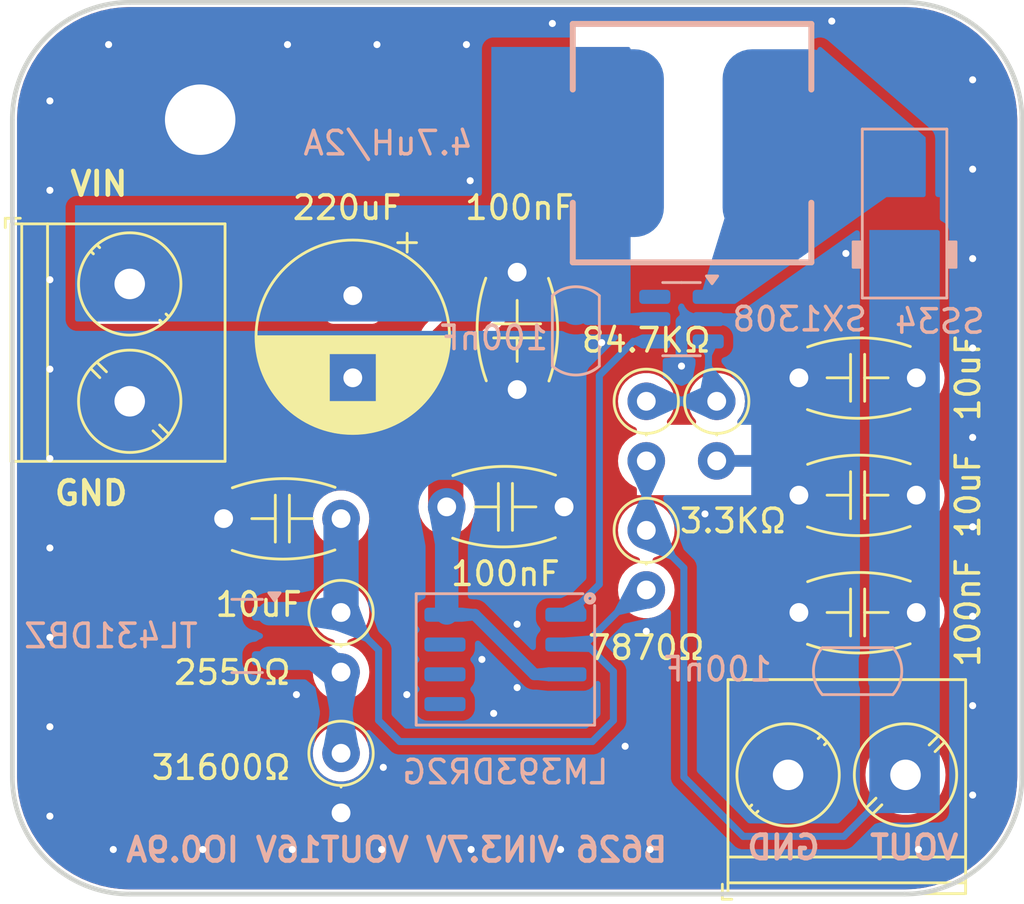
<source format=kicad_pcb>
(kicad_pcb (version 20240108) (generator "pcbnew") (generator_version "8.0")
  (layers (0 "F.Cu" signal) (31 "B.Cu" signal) (34 "B.Paste" user) (35 "F.Paste" user) (36 "B.SilkS" user "B.Silkscreen") (37 "F.SilkS" user "F.Silkscreen") (38 "B.Mask" user) (39 "F.Mask" user) (44 "Edge.Cuts" user))
  (net 0 "")
  (net 1 "VIN")
  (net 2 "GND")
  (net 3 "VOUT")
  (net 4 "Net-(D1-A)")
  (net 5 "Net-(U2-FB)")
  (net 6 "/EN")
  (net 8 "Net-(U3-K)")
  (net 12 "Net-(U3-REF)")
  (footprint "TerminalBlock_Phoenix:TerminalBlock_Phoenix_PT-1,5-2-5.0-H_1x02_P5.00mm_Horizontal" (layer "F.Cu") (at 102 112 -90)
    (property "Reference" "H2" (hide yes))
    (property "Value" "Screw_Terminal_2_P5.00mm" (hide yes))
    (fp_line (start -2.8 5.3) (end -2.4 5.3) (stroke (width 0.12)) (layer "F.SilkS"))
    (fp_line (start -2.56 5.06) (end 7.56 5.06) (stroke (width 0.12)) (layer "F.SilkS"))
    (fp_line (start -2.8 4.66) (end -2.8 5.3) (stroke (width 0.12)) (layer "F.SilkS"))
    (fp_line (start -2.56 4.6) (end 7.56 4.6) (stroke (width 0.12)) (layer "F.SilkS"))
    (fp_line (start -2.56 3.5) (end 7.56 3.5) (stroke (width 0.12)) (layer "F.SilkS"))
    (fp_line (start -1.282 1.547) (end -1.388 1.654) (stroke (width 0.12)) (layer "F.SilkS"))
    (fp_line (start -1.548 1.281) (end -1.654 1.388) (stroke (width 0.12)) (layer "F.SilkS"))
    (fp_line (start 3.993 1.274) (end 3.613 1.654) (stroke (width 0.12)) (layer "F.SilkS"))
    (fp_line (start 3.742 0.992) (end 3.347 1.388) (stroke (width 0.12)) (layer "F.SilkS"))
    (fp_line (start 1.654 -1.388) (end 1.547 -1.281) (stroke (width 0.12)) (layer "F.SilkS"))
    (fp_line (start 6.654 -1.388) (end 6.259 -0.992) (stroke (width 0.12)) (layer "F.SilkS"))
    (fp_line (start 1.388 -1.654) (end 1.281 -1.547) (stroke (width 0.12)) (layer "F.SilkS"))
    (fp_line (start 6.388 -1.654) (end 6.008 -1.274) (stroke (width 0.12)) (layer "F.SilkS"))
    (fp_line (start -2.56 -4.06) (end -2.56 5.06) (stroke (width 0.12)) (layer "F.SilkS"))
    (fp_line (start -2.56 -4.06) (end 7.56 -4.06) (stroke (width 0.12)) (layer "F.SilkS"))
    (fp_line (start 7.56 -4.06) (end 7.56 5.06) (stroke (width 0.12)) (layer "F.SilkS"))
    (fp_circle (center 0 0) (end 2.18 0) (stroke (width 0.12)) (fill none) (layer "F.SilkS"))
    (fp_circle (center 5 0) (end 7.18 0) (stroke (width 0.12)) (fill none) (layer "F.SilkS"))
    (pad "1" thru_hole rect (at 0 0 270) (size 2.6 2.6) (drill 1.3) (layers "*.Cu" "*.Mask") (net 1 "VIN"))
    (pad "2" thru_hole circle (at 5 0 270) (size 2.6 2.6) (drill 1.3) (layers "*.Cu" "*.Mask") (net 2 "GND"))
  )
  (footprint "PCM_Capacitor_THT_US_AKL:CP_Radial_D8.0mm_P3.50mm" (layer "F.Cu") (at 111.5 112.5 -90)
    (property "Reference" "C1" (hide yes))
    (property "Value" "220uF" (at -3.75 0.24 0) (layer "F.SilkS"))
    (fp_line (start 2.471 1.04) (end 2.471 4.017) (stroke (width 0.12)) (layer "F.SilkS"))
    (fp_line (start 2.511 1.04) (end 2.511 4.01) (stroke (width 0.12)) (layer "F.SilkS"))
    (fp_line (start 2.551 1.04) (end 2.551 4.002) (stroke (width 0.12)) (layer "F.SilkS"))
    (fp_line (start 2.591 1.04) (end 2.591 3.994) (stroke (width 0.12)) (layer "F.SilkS"))
    (fp_line (start 2.631 1.04) (end 2.631 3.985) (stroke (width 0.12)) (layer "F.SilkS"))
    (fp_line (start 2.671 1.04) (end 2.671 3.976) (stroke (width 0.12)) (layer "F.SilkS"))
    (fp_line (start 2.711 1.04) (end 2.711 3.967) (stroke (width 0.12)) (layer "F.SilkS"))
    (fp_line (start 2.751 1.04) (end 2.751 3.957) (stroke (width 0.12)) (layer "F.SilkS"))
    (fp_line (start 2.791 1.04) (end 2.791 3.947) (stroke (width 0.12)) (layer "F.SilkS"))
    (fp_line (start 2.831 1.04) (end 2.831 3.936) (stroke (width 0.12)) (layer "F.SilkS"))
    (fp_line (start 2.871 1.04) (end 2.871 3.925) (stroke (width 0.12)) (layer "F.SilkS"))
    (fp_line (start 2.911 1.04) (end 2.911 3.914) (stroke (width 0.12)) (layer "F.SilkS"))
    (fp_line (start 2.951 1.04) (end 2.951 3.902) (stroke (width 0.12)) (layer "F.SilkS"))
    (fp_line (start 2.991 1.04) (end 2.991 3.889) (stroke (width 0.12)) (layer "F.SilkS"))
    (fp_line (start 3.031 1.04) (end 3.031 3.877) (stroke (width 0.12)) (layer "F.SilkS"))
    (fp_line (start 3.071 1.04) (end 3.071 3.863) (stroke (width 0.12)) (layer "F.SilkS"))
    (fp_line (start 3.111 1.04) (end 3.111 3.85) (stroke (width 0.12)) (layer "F.SilkS"))
    (fp_line (start 3.151 1.04) (end 3.151 3.835) (stroke (width 0.12)) (layer "F.SilkS"))
    (fp_line (start 3.191 1.04) (end 3.191 3.821) (stroke (width 0.12)) (layer "F.SilkS"))
    (fp_line (start 3.231 1.04) (end 3.231 3.805) (stroke (width 0.12)) (layer "F.SilkS"))
    (fp_line (start 3.271 1.04) (end 3.271 3.79) (stroke (width 0.12)) (layer "F.SilkS"))
    (fp_line (start 3.311 1.04) (end 3.311 3.774) (stroke (width 0.12)) (layer "F.SilkS"))
    (fp_line (start 3.351 1.04) (end 3.351 3.757) (stroke (width 0.12)) (layer "F.SilkS"))
    (fp_line (start 3.391 1.04) (end 3.391 3.74) (stroke (width 0.12)) (layer "F.SilkS"))
    (fp_line (start 3.431 1.04) (end 3.431 3.722) (stroke (width 0.12)) (layer "F.SilkS"))
    (fp_line (start 3.471 1.04) (end 3.471 3.704) (stroke (width 0.12)) (layer "F.SilkS"))
    (fp_line (start 3.511 1.04) (end 3.511 3.686) (stroke (width 0.12)) (layer "F.SilkS"))
    (fp_line (start 3.551 1.04) (end 3.551 3.666) (stroke (width 0.12)) (layer "F.SilkS"))
    (fp_line (start 3.591 1.04) (end 3.591 3.647) (stroke (width 0.12)) (layer "F.SilkS"))
    (fp_line (start 3.631 1.04) (end 3.631 3.627) (stroke (width 0.12)) (layer "F.SilkS"))
    (fp_line (start 3.671 1.04) (end 3.671 3.606) (stroke (width 0.12)) (layer "F.SilkS"))
    (fp_line (start 3.711 1.04) (end 3.711 3.584) (stroke (width 0.12)) (layer "F.SilkS"))
    (fp_line (start 3.751 1.04) (end 3.751 3.562) (stroke (width 0.12)) (layer "F.SilkS"))
    (fp_line (start 3.791 1.04) (end 3.791 3.54) (stroke (width 0.12)) (layer "F.SilkS"))
    (fp_line (start 3.831 1.04) (end 3.831 3.517) (stroke (width 0.12)) (layer "F.SilkS"))
    (fp_line (start 3.871 1.04) (end 3.871 3.493) (stroke (width 0.12)) (layer "F.SilkS"))
    (fp_line (start 3.911 1.04) (end 3.911 3.469) (stroke (width 0.12)) (layer "F.SilkS"))
    (fp_line (start 3.951 1.04) (end 3.951 3.444) (stroke (width 0.12)) (layer "F.SilkS"))
    (fp_line (start 3.991 1.04) (end 3.991 3.418) (stroke (width 0.12)) (layer "F.SilkS"))
    (fp_line (start 4.031 1.04) (end 4.031 3.392) (stroke (width 0.12)) (layer "F.SilkS"))
    (fp_line (start 4.071 1.04) (end 4.071 3.365) (stroke (width 0.12)) (layer "F.SilkS"))
    (fp_line (start 4.111 1.04) (end 4.111 3.338) (stroke (width 0.12)) (layer "F.SilkS"))
    (fp_line (start 4.151 1.04) (end 4.151 3.309) (stroke (width 0.12)) (layer "F.SilkS"))
    (fp_line (start 4.191 1.04) (end 4.191 3.28) (stroke (width 0.12)) (layer "F.SilkS"))
    (fp_line (start 4.231 1.04) (end 4.231 3.25) (stroke (width 0.12)) (layer "F.SilkS"))
    (fp_line (start 4.271 1.04) (end 4.271 3.22) (stroke (width 0.12)) (layer "F.SilkS"))
    (fp_line (start 4.311 1.04) (end 4.311 3.189) (stroke (width 0.12)) (layer "F.SilkS"))
    (fp_line (start 4.351 1.04) (end 4.351 3.156) (stroke (width 0.12)) (layer "F.SilkS"))
    (fp_line (start 4.391 1.04) (end 4.391 3.124) (stroke (width 0.12)) (layer "F.SilkS"))
    (fp_line (start 4.431 1.04) (end 4.431 3.09) (stroke (width 0.12)) (layer "F.SilkS"))
    (fp_line (start 4.471 1.04) (end 4.471 3.055) (stroke (width 0.12)) (layer "F.SilkS"))
    (fp_line (start 4.511 1.04) (end 4.511 3.019) (stroke (width 0.12)) (layer "F.SilkS"))
    (fp_line (start 5.831 -0.533) (end 5.831 0.533) (stroke (width 0.12)) (layer "F.SilkS"))
    (fp_line (start 5.791 -0.768) (end 5.791 0.768) (stroke (width 0.12)) (layer "F.SilkS"))
    (fp_line (start 5.751 -0.948) (end 5.751 0.948) (stroke (width 0.12)) (layer "F.SilkS"))
    (fp_line (start 5.711 -1.098) (end 5.711 1.098) (stroke (width 0.12)) (layer "F.SilkS"))
    (fp_line (start 5.671 -1.229) (end 5.671 1.229) (stroke (width 0.12)) (layer "F.SilkS"))
    (fp_line (start 5.631 -1.346) (end 5.631 1.346) (stroke (width 0.12)) (layer "F.SilkS"))
    (fp_line (start 5.591 -1.453) (end 5.591 1.453) (stroke (width 0.12)) (layer "F.SilkS"))
    (fp_line (start 5.551 -1.552) (end 5.551 1.552) (stroke (width 0.12)) (layer "F.SilkS"))
    (fp_line (start 5.511 -1.645) (end 5.511 1.645) (stroke (width 0.12)) (layer "F.SilkS"))
    (fp_line (start 5.471 -1.731) (end 5.471 1.731) (stroke (width 0.12)) (layer "F.SilkS"))
    (fp_line (start 5.431 -1.813) (end 5.431 1.813) (stroke (width 0.12)) (layer "F.SilkS"))
    (fp_line (start 5.391 -1.89) (end 5.391 1.89) (stroke (width 0.12)) (layer "F.SilkS"))
    (fp_line (start 5.351 -1.964) (end 5.351 1.964) (stroke (width 0.12)) (layer "F.SilkS"))
    (fp_line (start 5.311 -2.034) (end 5.311 2.034) (stroke (width 0.12)) (layer "F.SilkS"))
    (fp_line (start 5.271 -2.102) (end 5.271 2.102) (stroke (width 0.12)) (layer "F.SilkS"))
    (fp_line (start 5.231 -2.166) (end 5.231 2.166) (stroke (width 0.12)) (layer "F.SilkS"))
    (fp_line (start 5.191 -2.228) (end 5.191 2.228) (stroke (width 0.12)) (layer "F.SilkS"))
    (fp_line (start 5.151 -2.287) (end 5.151 2.287) (stroke (width 0.12)) (layer "F.SilkS"))
    (fp_line (start -2.659698 -2.315) (end -1.859698 -2.315) (stroke (width 0.12)) (layer "F.SilkS"))
    (fp_line (start 5.111 -2.345) (end 5.111 2.345) (stroke (width 0.12)) (layer "F.SilkS"))
    (fp_line (start 5.071 -2.4) (end 5.071 2.4) (stroke (width 0.12)) (layer "F.SilkS"))
    (fp_line (start 5.031 -2.454) (end 5.031 2.454) (stroke (width 0.12)) (layer "F.SilkS"))
    (fp_line (start 4.991 -2.505) (end 4.991 2.505) (stroke (width 0.12)) (layer "F.SilkS"))
    (fp_line (start 4.951 -2.556) (end 4.951 2.556) (stroke (width 0.12)) (layer "F.SilkS"))
    (fp_line (start 4.911 -2.604) (end 4.911 2.604) (stroke (width 0.12)) (layer "F.SilkS"))
    (fp_line (start 4.871 -2.651) (end 4.871 2.651) (stroke (width 0.12)) (layer "F.SilkS"))
    (fp_line (start 4.831 -2.697) (end 4.831 2.697) (stroke (width 0.12)) (layer "F.SilkS"))
    (fp_line (start -2.259698 -2.715) (end -2.259698 -1.915) (stroke (width 0.12)) (layer "F.SilkS"))
    (fp_line (start 4.791 -2.741) (end 4.791 2.741) (stroke (width 0.12)) (layer "F.SilkS"))
    (fp_line (start 4.751 -2.784) (end 4.751 2.784) (stroke (width 0.12)) (layer "F.SilkS"))
    (fp_line (start 4.711 -2.826) (end 4.711 2.826) (stroke (width 0.12)) (layer "F.SilkS"))
    (fp_line (start 4.671 -2.867) (end 4.671 2.867) (stroke (width 0.12)) (layer "F.SilkS"))
    (fp_line (start 4.631 -2.907) (end 4.631 2.907) (stroke (width 0.12)) (layer "F.SilkS"))
    (fp_line (start 4.591 -2.945) (end 4.591 2.945) (stroke (width 0.12)) (layer "F.SilkS"))
    (fp_line (start 4.551 -2.983) (end 4.551 2.983) (stroke (width 0.12)) (layer "F.SilkS"))
    (fp_line (start 4.511 -3.019) (end 4.511 -1.04) (stroke (width 0.12)) (layer "F.SilkS"))
    (fp_line (start 4.471 -3.055) (end 4.471 -1.04) (stroke (width 0.12)) (layer "F.SilkS"))
    (fp_line (start 4.431 -3.09) (end 4.431 -1.04) (stroke (width 0.12)) (layer "F.SilkS"))
    (fp_line (start 4.391 -3.124) (end 4.391 -1.04) (stroke (width 0.12)) (layer "F.SilkS"))
    (fp_line (start 4.351 -3.156) (end 4.351 -1.04) (stroke (width 0.12)) (layer "F.SilkS"))
    (fp_line (start 4.311 -3.189) (end 4.311 -1.04) (stroke (width 0.12)) (layer "F.SilkS"))
    (fp_line (start 4.271 -3.22) (end 4.271 -1.04) (stroke (width 0.12)) (layer "F.SilkS"))
    (fp_line (start 4.231 -3.25) (end 4.231 -1.04) (stroke (width 0.12)) (layer "F.SilkS"))
    (fp_line (start 4.191 -3.28) (end 4.191 -1.04) (stroke (width 0.12)) (layer "F.SilkS"))
    (fp_line (start 4.151 -3.309) (end 4.151 -1.04) (stroke (width 0.12)) (layer "F.SilkS"))
    (fp_line (start 4.111 -3.338) (end 4.111 -1.04) (stroke (width 0.12)) (layer "F.SilkS"))
    (fp_line (start 4.071 -3.365) (end 4.071 -1.04) (stroke (width 0.12)) (layer "F.SilkS"))
    (fp_line (start 4.031 -3.392) (end 4.031 -1.04) (stroke (width 0.12)) (layer "F.SilkS"))
    (fp_line (start 3.991 -3.418) (end 3.991 -1.04) (stroke (width 0.12)) (layer "F.SilkS"))
    (fp_line (start 3.951 -3.444) (end 3.951 -1.04) (stroke (width 0.12)) (layer "F.SilkS"))
    (fp_line (start 3.911 -3.469) (end 3.911 -1.04) (stroke (width 0.12)) (layer "F.SilkS"))
    (fp_line (start 3.871 -3.493) (end 3.871 -1.04) (stroke (width 0.12)) (layer "F.SilkS"))
    (fp_line (start 3.831 -3.517) (end 3.831 -1.04) (stroke (width 0.12)) (layer "F.SilkS"))
    (fp_line (start 3.791 -3.54) (end 3.791 -1.04) (stroke (width 0.12)) (layer "F.SilkS"))
    (fp_line (start 3.751 -3.562) (end 3.751 -1.04) (stroke (width 0.12)) (layer "F.SilkS"))
    (fp_line (start 3.711 -3.584) (end 3.711 -1.04) (stroke (width 0.12)) (layer "F.SilkS"))
    (fp_line (start 3.671 -3.606) (end 3.671 -1.04) (stroke (width 0.12)) (layer "F.SilkS"))
    (fp_line (start 3.631 -3.627) (end 3.631 -1.04) (stroke (width 0.12)) (layer "F.SilkS"))
    (fp_line (start 3.591 -3.647) (end 3.591 -1.04) (stroke (width 0.12)) (layer "F.SilkS"))
    (fp_line (start 3.551 -3.666) (end 3.551 -1.04) (stroke (width 0.12)) (layer "F.SilkS"))
    (fp_line (start 3.511 -3.686) (end 3.511 -1.04) (stroke (width 0.12)) (layer "F.SilkS"))
    (fp_line (start 3.471 -3.704) (end 3.471 -1.04) (stroke (width 0.12)) (layer "F.SilkS"))
    (fp_line (start 3.431 -3.722) (end 3.431 -1.04) (stroke (width 0.12)) (layer "F.SilkS"))
    (fp_line (start 3.391 -3.74) (end 3.391 -1.04) (stroke (width 0.12)) (layer "F.SilkS"))
    (fp_line (start 3.351 -3.757) (end 3.351 -1.04) (stroke (width 0.12)) (layer "F.SilkS"))
    (fp_line (start 3.311 -3.774) (end 3.311 -1.04) (stroke (width 0.12)) (layer "F.SilkS"))
    (fp_line (start 3.271 -3.79) (end 3.271 -1.04) (stroke (width 0.12)) (layer "F.SilkS"))
    (fp_line (start 3.231 -3.805) (end 3.231 -1.04) (stroke (width 0.12)) (layer "F.SilkS"))
    (fp_line (start 3.191 -3.821) (end 3.191 -1.04) (stroke (width 0.12)) (layer "F.SilkS"))
    (fp_line (start 3.151 -3.835) (end 3.151 -1.04) (stroke (width 0.12)) (layer "F.SilkS"))
    (fp_line (start 3.111 -3.85) (end 3.111 -1.04) (stroke (width 0.12)) (layer "F.SilkS"))
    (fp_line (start 3.071 -3.863) (end 3.071 -1.04) (stroke (width 0.12)) (layer "F.SilkS"))
    (fp_line (start 3.031 -3.877) (end 3.031 -1.04) (stroke (width 0.12)) (layer "F.SilkS"))
    (fp_line (start 2.991 -3.889) (end 2.991 -1.04) (stroke (width 0.12)) (layer "F.SilkS"))
    (fp_line (start 2.951 -3.902) (end 2.951 -1.04) (stroke (width 0.12)) (layer "F.SilkS"))
    (fp_line (start 2.911 -3.914) (end 2.911 -1.04) (stroke (width 0.12)) (layer "F.SilkS"))
    (fp_line (start 2.871 -3.925) (end 2.871 -1.04) (stroke (width 0.12)) (layer "F.SilkS"))
    (fp_line (start 2.831 -3.936) (end 2.831 -1.04) (stroke (width 0.12)) (layer "F.SilkS"))
    (fp_line (start 2.791 -3.947) (end 2.791 -1.04) (stroke (width 0.12)) (layer "F.SilkS"))
    (fp_line (start 2.751 -3.957) (end 2.751 -1.04) (stroke (width 0.12)) (layer "F.SilkS"))
    (fp_line (start 2.711 -3.967) (end 2.711 -1.04) (stroke (width 0.12)) (layer "F.SilkS"))
    (fp_line (start 2.671 -3.976) (end 2.671 -1.04) (stroke (width 0.12)) (layer "F.SilkS"))
    (fp_line (start 2.631 -3.985) (end 2.631 -1.04) (stroke (width 0.12)) (layer "F.SilkS"))
    (fp_line (start 2.591 -3.994) (end 2.591 -1.04) (stroke (width 0.12)) (layer "F.SilkS"))
    (fp_line (start 2.551 -4.002) (end 2.551 -1.04) (stroke (width 0.12)) (layer "F.SilkS"))
    (fp_line (start 2.511 -4.01) (end 2.511 -1.04) (stroke (width 0.12)) (layer "F.SilkS"))
    (fp_line (start 2.471 -4.017) (end 2.471 -1.04) (stroke (width 0.12)) (layer "F.SilkS"))
    (fp_line (start 2.43 -4.024) (end 2.43 4.024) (stroke (width 0.12)) (layer "F.SilkS"))
    (fp_line (start 2.39 -4.03) (end 2.39 4.03) (stroke (width 0.12)) (layer "F.SilkS"))
    (fp_line (start 2.35 -4.037) (end 2.35 4.037) (stroke (width 0.12)) (layer "F.SilkS"))
    (fp_line (start 2.31 -4.042) (end 2.31 4.042) (stroke (width 0.12)) (layer "F.SilkS"))
    (fp_line (start 2.27 -4.048) (end 2.27 4.048) (stroke (width 0.12)) (layer "F.SilkS"))
    (fp_line (start 2.23 -4.052) (end 2.23 4.052) (stroke (width 0.12)) (layer "F.SilkS"))
    (fp_line (start 2.19 -4.057) (end 2.19 4.057) (stroke (width 0.12)) (layer "F.SilkS"))
    (fp_line (start 2.15 -4.061) (end 2.15 4.061) (stroke (width 0.12)) (layer "F.SilkS"))
    (fp_line (start 2.11 -4.065) (end 2.11 4.065) (stroke (width 0.12)) (layer "F.SilkS"))
    (fp_line (start 2.07 -4.068) (end 2.07 4.068) (stroke (width 0.12)) (layer "F.SilkS"))
    (fp_line (start 2.03 -4.071) (end 2.03 4.071) (stroke (width 0.12)) (layer "F.SilkS"))
    (fp_line (start 1.99 -4.074) (end 1.99 4.074) (stroke (width 0.12)) (layer "F.SilkS"))
    (fp_line (start 1.95 -4.076) (end 1.95 4.076) (stroke (width 0.12)) (layer "F.SilkS"))
    (fp_line (start 1.91 -4.077) (end 1.91 4.077) (stroke (width 0.12)) (layer "F.SilkS"))
    (fp_line (start 1.87 -4.079) (end 1.87 4.079) (stroke (width 0.12)) (layer "F.SilkS"))
    (fp_line (start 1.75 -4.08) (end 1.75 4.08) (stroke (width 0.12)) (layer "F.SilkS"))
    (fp_line (start 1.79 -4.08) (end 1.79 4.08) (stroke (width 0.12)) (layer "F.SilkS"))
    (fp_line (start 1.83 -4.08) (end 1.83 4.08) (stroke (width 0.12)) (layer "F.SilkS"))
    (fp_circle (center 1.75 0) (end 5.87 0) (stroke (width 0.12)) (fill none) (layer "F.SilkS"))
    (pad "1" thru_hole rect (at 0 0 270) (size 1.6 1.6) (drill 0.8) (layers "*.Cu" "*.Mask") (net 1 "VIN"))
    (pad "2" thru_hole circle (at 3.5 0 270) (size 1.6 1.6) (drill 0.8) (layers "*.Cu" "*.Mask") (net 2 "GND"))
  )
  (footprint "TerminalBlock_Phoenix:TerminalBlock_Phoenix_PT-1,5-2-5.0-H_1x02_P5.00mm_Horizontal" (layer "F.Cu") (at 130.04 132.92)
    (property "Reference" "H5" (hide yes))
    (property "Value" "Screw_Terminal_2_P5.00mm" (hide yes))
    (fp_line (start -2.8 4.66) (end -2.8 5.3) (stroke (width 0.12)) (layer "F.SilkS"))
    (fp_line (start -2.8 5.3) (end -2.4 5.3) (stroke (width 0.12)) (layer "F.SilkS"))
    (fp_line (start -2.56 -4.06) (end -2.56 5.06) (stroke (width 0.12)) (layer "F.SilkS"))
    (fp_line (start -2.56 -4.06) (end 7.56 -4.06) (stroke (width 0.12)) (layer "F.SilkS"))
    (fp_line (start -2.56 3.5) (end 7.56 3.5) (stroke (width 0.12)) (layer "F.SilkS"))
    (fp_line (start -2.56 4.6) (end 7.56 4.6) (stroke (width 0.12)) (layer "F.SilkS"))
    (fp_line (start -2.56 5.06) (end 7.56 5.06) (stroke (width 0.12)) (layer "F.SilkS"))
    (fp_line (start -1.548 1.281) (end -1.654 1.388) (stroke (width 0.12)) (layer "F.SilkS"))
    (fp_line (start -1.282 1.547) (end -1.388 1.654) (stroke (width 0.12)) (layer "F.SilkS"))
    (fp_line (start 1.388 -1.654) (end 1.281 -1.547) (stroke (width 0.12)) (layer "F.SilkS"))
    (fp_line (start 1.654 -1.388) (end 1.547 -1.281) (stroke (width 0.12)) (layer "F.SilkS"))
    (fp_line (start 3.742 0.992) (end 3.347 1.388) (stroke (width 0.12)) (layer "F.SilkS"))
    (fp_line (start 3.993 1.274) (end 3.613 1.654) (stroke (width 0.12)) (layer "F.SilkS"))
    (fp_line (start 6.388 -1.654) (end 6.008 -1.274) (stroke (width 0.12)) (layer "F.SilkS"))
    (fp_line (start 6.654 -1.388) (end 6.259 -0.992) (stroke (width 0.12)) (layer "F.SilkS"))
    (fp_line (start 7.56 -4.06) (end 7.56 5.06) (stroke (width 0.12)) (layer "F.SilkS"))
    (fp_circle (center 0 0) (end 2.18 0) (stroke (width 0.12)) (fill none) (layer "F.SilkS"))
    (fp_circle (center 5 0) (end 7.18 0) (stroke (width 0.12)) (fill none) (layer "F.SilkS"))
    (pad "1" thru_hole rect (at 0 0) (size 2.6 2.6) (drill 1.3) (layers "*.Cu" "*.Mask") (net 2 "GND"))
    (pad "2" thru_hole circle (at 5 0) (size 2.6 2.6) (drill 1.3) (layers "*.Cu" "*.Mask") (net 3 "VOUT"))
  )
  (footprint "PCM_Resistor_THT_AKL:R_Axial_DIN0207_L6.3mm_D2.5mm_P2.54mm_Vertical" (layer "F.Cu") (at 127 117 -90)
    (property "Reference" "R3" (hide yes))
    (property "Value" "3.3KΩ" (at 5.1 -0.7 0) (layer "F.SilkS"))
    (fp_line (start 1.37 0) (end 1.44 0) (stroke (width 0.12)) (layer "F.SilkS"))
    (fp_circle (center 0 0) (end 1.37 0) (stroke (width 0.12)) (fill none) (layer "F.SilkS"))
    (pad "1" thru_hole circle (at 0 0 270) (size 1.6 1.6) (drill 0.8) (layers "*.Cu" "*.Mask") (net 5 "Net-(U2-FB)"))
    (pad "2" thru_hole oval (at 2.54 0 270) (size 1.6 1.6) (drill 0.8) (layers "*.Cu" "*.Mask") (net 2 "GND"))
  )
  (footprint "PCM_Capacitor_THT_US_AKL:C_Disc_D5.1mm_W3.2mm_P5.00mm" (layer "F.Cu") (at 115.5 121.5)
    (property "Reference" "C6" (hide yes))
    (property "Value" "100nF" (at 2.5 2.85 0) (layer "F.SilkS"))
    (fp_line (start 1.2 0) (end 2.2 0) (stroke (width 0.12)) (layer "F.SilkS"))
    (fp_line (start 2.2 0) (end 2.2 -1) (stroke (width 0.12)) (layer "F.SilkS"))
    (fp_line (start 2.2 0) (end 2.2 1) (stroke (width 0.12)) (layer "F.SilkS"))
    (fp_line (start 2.8 -1) (end 2.8 1) (stroke (width 0.12)) (layer "F.SilkS"))
    (fp_line (start 2.8 0) (end 3.8 0) (stroke (width 0.12)) (layer "F.SilkS"))
    (fp_arc (start 0.261356 -1.3335) (mid 2.44667 -1.724639) (end 4.6355 -1.353676) (stroke (width 0.12)) (layer "F.SilkS"))
    (fp_arc (start 4.628144 1.313323) (mid 2.44283 1.704462) (end 0.254 1.3335) (stroke (width 0.12)) (layer "F.SilkS"))
    (pad "1" thru_hole circle (at 0 0) (size 1.6 1.6) (drill 0.8) (layers "*.Cu" "*.Mask") (net 1 "VIN"))
    (pad "2" thru_hole circle (at 5 0) (size 1.6 1.6) (drill 0.8) (layers "*.Cu" "*.Mask") (net 2 "GND"))
  )
  (footprint "PCM_Capacitor_THT_US_AKL:C_Disc_D5.1mm_W3.2mm_P5.00mm" (layer "F.Cu") (at 111 122 180)
    (property "Reference" "C5" (hide yes))
    (property "Value" "10uF" (at 3.508334 -3.66 180) (layer "F.SilkS"))
    (fp_line (start 2.8 0) (end 3.8 0) (stroke (width 0.12)) (layer "F.SilkS"))
    (fp_line (start 2.8 -1) (end 2.8 1) (stroke (width 0.12)) (layer "F.SilkS"))
    (fp_line (start 2.2 0) (end 2.2 1) (stroke (width 0.12)) (layer "F.SilkS"))
    (fp_line (start 2.2 0) (end 2.2 -1) (stroke (width 0.12)) (layer "F.SilkS"))
    (fp_line (start 1.2 0) (end 2.2 0) (stroke (width 0.12)) (layer "F.SilkS"))
    (fp_arc (start 4.628144 1.313323) (mid 2.44283 1.704462) (end 0.254 1.3335) (stroke (width 0.12)) (layer "F.SilkS"))
    (fp_arc (start 0.261356 -1.3335) (mid 2.44667 -1.724639) (end 4.6355 -1.353676) (stroke (width 0.12)) (layer "F.SilkS"))
    (pad "1" thru_hole circle (at 0 0 180) (size 1.6 1.6) (drill 0.8) (layers "*.Cu" "*.Mask") (net 8 "Net-(U3-K)"))
    (pad "2" thru_hole circle (at 5 0 180) (size 1.6 1.6) (drill 0.8) (layers "*.Cu" "*.Mask") (net 2 "GND"))
  )
  (footprint "PCM_Capacitor_THT_US_AKL:C_Disc_D5.1mm_W3.2mm_P5.00mm" (layer "F.Cu") (at 118.5 111.5 -90)
    (property "Reference" "C2" (hide yes))
    (property "Value" "100nF" (at -2.75 -0.1 0) (layer "F.SilkS"))
    (fp_line (start 1.2 0) (end 2.2 0) (stroke (width 0.12)) (layer "F.SilkS"))
    (fp_line (start 2.2 0) (end 2.2 1) (stroke (width 0.12)) (layer "F.SilkS"))
    (fp_line (start 2.2 0) (end 2.2 -1) (stroke (width 0.12)) (layer "F.SilkS"))
    (fp_line (start 2.8 0) (end 3.8 0) (stroke (width 0.12)) (layer "F.SilkS"))
    (fp_line (start 2.8 -1) (end 2.8 1) (stroke (width 0.12)) (layer "F.SilkS"))
    (fp_arc (start 4.628144 1.313323) (mid 2.44283 1.704462) (end 0.254 1.3335) (stroke (width 0.12)) (layer "F.SilkS"))
    (fp_arc (start 0.261356 -1.3335) (mid 2.44667 -1.724639) (end 4.6355 -1.353676) (stroke (width 0.12)) (layer "F.SilkS"))
    (pad "1" thru_hole circle (at 0 0 270) (size 1.6 1.6) (drill 0.8) (layers "*.Cu" "*.Mask") (net 1 "VIN"))
    (pad "2" thru_hole circle (at 5 0 270) (size 1.6 1.6) (drill 0.8) (layers "*.Cu" "*.Mask") (net 2 "GND"))
  )
  (footprint "PCM_Capacitor_THT_US_AKL:C_Disc_D5.1mm_W3.2mm_P5.00mm" (layer "F.Cu") (at 135.5 116 180)
    (property "Reference" "C7" (hide yes))
    (property "Value" "10uF" (at -2.2 0 -90) (layer "F.SilkS"))
    (fp_line (start 2.8 0) (end 3.8 0) (stroke (width 0.12)) (layer "F.SilkS"))
    (fp_line (start 2.8 -1) (end 2.8 1) (stroke (width 0.12)) (layer "F.SilkS"))
    (fp_line (start 2.2 0) (end 2.2 1) (stroke (width 0.12)) (layer "F.SilkS"))
    (fp_line (start 2.2 0) (end 2.2 -1) (stroke (width 0.12)) (layer "F.SilkS"))
    (fp_line (start 1.2 0) (end 2.2 0) (stroke (width 0.12)) (layer "F.SilkS"))
    (fp_arc (start 4.628144 1.313323) (mid 2.44283 1.704462) (end 0.254 1.3335) (stroke (width 0.12)) (layer "F.SilkS"))
    (fp_arc (start 0.261356 -1.3335) (mid 2.44667 -1.724639) (end 4.6355 -1.353676) (stroke (width 0.12)) (layer "F.SilkS"))
    (pad "1" thru_hole circle (at 0 0 180) (size 1.6 1.6) (drill 0.8) (layers "*.Cu" "*.Mask") (net 3 "VOUT"))
    (pad "2" thru_hole circle (at 5 0 180) (size 1.6 1.6) (drill 0.8) (layers "*.Cu" "*.Mask") (net 2 "GND"))
  )
  (footprint "PCM_Capacitor_THT_US_AKL:C_Disc_D5.1mm_W3.2mm_P5.00mm" (layer "F.Cu") (at 135.5 121 180)
    (property "Reference" "C8" (hide yes))
    (property "Value" "10uF" (at -2.2 0 -90) (layer "F.SilkS"))
    (fp_line (start 2.8 0) (end 3.8 0) (stroke (width 0.12)) (layer "F.SilkS"))
    (fp_line (start 2.8 -1) (end 2.8 1) (stroke (width 0.12)) (layer "F.SilkS"))
    (fp_line (start 2.2 0) (end 2.2 1) (stroke (width 0.12)) (layer "F.SilkS"))
    (fp_line (start 2.2 0) (end 2.2 -1) (stroke (width 0.12)) (layer "F.SilkS"))
    (fp_line (start 1.2 0) (end 2.2 0) (stroke (width 0.12)) (layer "F.SilkS"))
    (fp_arc (start 4.628144 1.313323) (mid 2.44283 1.704462) (end 0.254 1.3335) (stroke (width 0.12)) (layer "F.SilkS"))
    (fp_arc (start 0.261356 -1.3335) (mid 2.44667 -1.724639) (end 4.6355 -1.353676) (stroke (width 0.12)) (layer "F.SilkS"))
    (pad "1" thru_hole circle (at 0 0 180) (size 1.6 1.6) (drill 0.8) (layers "*.Cu" "*.Mask") (net 3 "VOUT"))
    (pad "2" thru_hole circle (at 5 0 180) (size 1.6 1.6) (drill 0.8) (layers "*.Cu" "*.Mask") (net 2 "GND"))
  )
  (footprint "PCM_Resistor_THT_AKL:R_Axial_DIN0207_L6.3mm_D2.5mm_P2.54mm_Vertical" (layer "F.Cu") (at 124 122.5 -90)
    (property "Reference" "R1" (hide yes))
    (property "Value" "7870Ω" (at 5 0 0) (layer "F.SilkS"))
    (fp_line (start 1.37 0) (end 1.44 0) (stroke (width 0.12)) (layer "F.SilkS"))
    (fp_circle (center 0 0) (end 1.37 0) (stroke (width 0.12)) (fill none) (layer "F.SilkS"))
    (pad "1" thru_hole circle (at 0 0 270) (size 1.6 1.6) (drill 0.8) (layers "*.Cu" "*.Mask") (net 3 "VOUT"))
    (pad "2" thru_hole oval (at 2.54 0 270) (size 1.6 1.6) (drill 0.8) (layers "*.Cu" "*.Mask") (net 8 "Net-(U3-K)"))
  )
  (footprint "PCM_Capacitor_THT_US_AKL:C_Disc_D5.1mm_W3.2mm_P5.00mm" (layer "F.Cu") (at 135.5 126 180)
    (property "Reference" "C12" (hide yes))
    (property "Value" "100nF" (at -2.2 0 -90) (layer "F.SilkS"))
    (fp_line (start 2.8 0) (end 3.8 0) (stroke (width 0.12)) (layer "F.SilkS"))
    (fp_line (start 2.8 -1) (end 2.8 1) (stroke (width 0.12)) (layer "F.SilkS"))
    (fp_line (start 2.2 0) (end 2.2 1) (stroke (width 0.12)) (layer "F.SilkS"))
    (fp_line (start 2.2 0) (end 2.2 -1) (stroke (width 0.12)) (layer "F.SilkS"))
    (fp_line (start 1.2 0) (end 2.2 0) (stroke (width 0.12)) (layer "F.SilkS"))
    (fp_arc (start 4.628144 1.313323) (mid 2.44283 1.704462) (end 0.254 1.3335) (stroke (width 0.12)) (layer "F.SilkS"))
    (fp_arc (start 0.261356 -1.3335) (mid 2.44667 -1.724639) (end 4.6355 -1.353676) (stroke (width 0.12)) (layer "F.SilkS"))
    (pad "1" thru_hole circle (at 0 0 180) (size 1.6 1.6) (drill 0.8) (layers "*.Cu" "*.Mask") (net 3 "VOUT"))
    (pad "2" thru_hole circle (at 5 0 180) (size 1.6 1.6) (drill 0.8) (layers "*.Cu" "*.Mask") (net 2 "GND"))
  )
  (footprint "MountingHole:MountingHole_3mm_Pad" (layer "F.Cu") (at 105 105)
    (property "Reference" "H1" (hide yes))
    (property "Value" "~")
    (pad "1" thru_hole circle (at 0 0) (size 6 6) (drill 3) (layers "*.Cu" "*.Mask") (net 2 "GND"))
  )
  (footprint "PCM_Resistor_THT_AKL:R_Axial_DIN0207_L6.3mm_D2.5mm_P2.54mm_Vertical" (layer "F.Cu") (at 111 126 -90)
    (property "Reference" "R4" (hide yes))
    (property "Value" "2550Ω" (at 2.56 4.627381 0) (layer "F.SilkS"))
    (fp_line (start 1.37 0) (end 1.44 0) (stroke (width 0.12)) (layer "F.SilkS"))
    (fp_circle (center 0 0) (end 1.37 0) (stroke (width 0.12)) (fill none) (layer "F.SilkS"))
    (pad "1" thru_hole circle (at 0 0 270) (size 1.6 1.6) (drill 0.8) (layers "*.Cu" "*.Mask") (net 8 "Net-(U3-K)"))
    (pad "2" thru_hole oval (at 2.54 0 270) (size 1.6 1.6) (drill 0.8) (layers "*.Cu" "*.Mask") (net 12 "Net-(U3-REF)"))
  )
  (footprint "PCM_Resistor_THT_AKL:R_Axial_DIN0207_L6.3mm_D2.5mm_P2.54mm_Vertical" (layer "F.Cu") (at 124 117 -90)
    (property "Reference" "R2" (hide yes))
    (property "Value" "84.7KΩ" (at -2.6 0 0) (layer "F.SilkS"))
    (fp_line (start 1.37 0) (end 1.44 0) (stroke (width 0.12)) (layer "F.SilkS"))
    (fp_circle (center 0 0) (end 1.37 0) (stroke (width 0.12)) (fill none) (layer "F.SilkS"))
    (pad "1" thru_hole circle (at 0 0 270) (size 1.6 1.6) (drill 0.8) (layers "*.Cu" "*.Mask") (net 5 "Net-(U2-FB)"))
    (pad "2" thru_hole oval (at 2.54 0 270) (size 1.6 1.6) (drill 0.8) (layers "*.Cu" "*.Mask") (net 3 "VOUT"))
  )
  (footprint "PCM_Resistor_THT_AKL:R_Axial_DIN0207_L6.3mm_D2.5mm_P2.54mm_Vertical" (layer "F.Cu") (at 111 132 -90)
    (property "Reference" "R5" (hide yes))
    (property "Value" "31600Ω" (at 0.61 5.103572 0) (layer "F.SilkS"))
    (fp_line (start 1.37 0) (end 1.44 0) (stroke (width 0.12)) (layer "F.SilkS"))
    (fp_circle (center 0 0) (end 1.37 0) (stroke (width 0.12)) (fill none) (layer "F.SilkS"))
    (pad "1" thru_hole circle (at 0 0 270) (size 1.6 1.6) (drill 0.8) (layers "*.Cu" "*.Mask") (net 12 "Net-(U3-REF)"))
    (pad "2" thru_hole oval (at 2.54 0 270) (size 1.6 1.6) (drill 0.8) (layers "*.Cu" "*.Mask") (net 2 "GND"))
  )
  (footprint "wsylib:IND-SMD_L10.8-W10.0_0520-1040" (layer "B.Cu") (at 126 106)
    (property "Reference" "L1" (hide yes))
    (property "Value" "4.7uH/2A" (at -13 0 180) (layer "B.SilkS") (effects (justify mirror)))
    (fp_line (start -5.13 -5.08) (end -5.13 -2.286) (stroke (width 0.254)) (layer "B.SilkS"))
    (fp_line (start -5.13 2.54) (end -5.13 5.08) (stroke (width 0.254)) (layer "B.SilkS"))
    (fp_line (start 5.03 -5.08) (end -5.13 -5.08) (stroke (width 0.254)) (layer "B.SilkS"))
    (fp_line (start 5.03 -2.286) (end 5.03 -5.08) (stroke (width 0.254)) (layer "B.SilkS"))
    (fp_line (start 5.03 2.54) (end 5.03 5.08) (stroke (width 0.254)) (layer "B.SilkS"))
    (fp_line (start 5.03 5.08) (end -5.13 5.08) (stroke (width 0.254)) (layer "B.SilkS"))
    (pad "1" smd roundrect (at -3.75 0) (size 5 8) (layers "B.Cu" "B.Paste" "B.Mask") (net 1 "VIN"))
    (pad "2" smd roundrect (at 3.75 0) (size 5 8) (layers "B.Cu" "B.Paste" "B.Mask") (net 4 "Net-(D1-A)"))
    (zone (net 0) (net_name "") (layers "*.Cu") (connect_pads (clearance 0)) (min_thickness 0.25)
      (keepout (tracks allowed) (vias allowed) (pads allowed) (copperpour not_allowed) (footprints allowed))
      (fill (thermal_gap 0.5) (thermal_bridge_width 0.5))
      (polygon (pts (xy 120.87 111.08) (xy 120.87 100.92) (xy 131.03 100.92) (xy 131.03 111.08)))
    )
  )
  (footprint "PCM_Capacitor_SMD_AKL:C_0805_2012Metric" (layer "B.Cu") (at 133 128.5 180)
    (property "Reference" "C13" (hide yes))
    (property "Value" "100nF" (at 5.96 0.08 0) (layer "B.SilkS") (effects (justify mirror)))
    (fp_line (start 1.5 -1) (end -1.5 -1) (stroke (width 0.12)) (layer "B.SilkS"))
    (fp_line (start -1.5 1) (end 1.5 1) (stroke (width 0.12)) (layer "B.SilkS"))
    (fp_arc (start 1.5 -1) (mid 1.880894 0) (end 1.5 1) (stroke (width 0.12)) (layer "B.SilkS"))
    (fp_arc (start -1.5 1) (mid -1.880894 0) (end -1.5 -1) (stroke (width 0.12)) (layer "B.SilkS"))
    (pad "1" smd roundrect (at -0.95 0 180) (size 1 1.45) (layers "B.Cu" "B.Paste" "B.Mask") (net 3 "VOUT"))
    (pad "2" smd roundrect (at 0.95 0 180) (size 1 1.45) (layers "B.Cu" "B.Paste" "B.Mask") (net 2 "GND"))
  )
  (footprint "Package_TO_SOT_SMD:SOT-23" (layer "B.Cu") (at 107 127 180)
    (property "Reference" "U3" (hide yes))
    (property "Value" "TL431DBZ" (at 5.8 0 0) (layer "B.SilkS") (effects (justify mirror)))
    (fp_line (start 0.65 1.56) (end 0 1.56) (stroke (width 0.12)) (layer "B.SilkS"))
    (fp_line (start 0.65 -1.56) (end 0 -1.56) (stroke (width 0.12)) (layer "B.SilkS"))
    (fp_line (start -0.65 1.56) (end 0 1.56) (stroke (width 0.12)) (layer "B.SilkS"))
    (fp_line (start -0.65 -1.56) (end 0 -1.56) (stroke (width 0.12)) (layer "B.SilkS"))
    (fp_poly (pts (xy -1.1625 1.51) (xy -1.4025 1.84) (xy -0.9225 1.84) (xy -1.1625 1.51)) (stroke (width 0.12)) (fill solid) (layer "B.SilkS"))
    (pad "1" smd roundrect (at -0.9375 0.95 180) (size 1.475 0.6) (layers "B.Cu" "B.Paste" "B.Mask") (net 8 "Net-(U3-K)"))
    (pad "2" smd roundrect (at -0.9375 -0.95 180) (size 1.475 0.6) (layers "B.Cu" "B.Paste" "B.Mask") (net 12 "Net-(U3-REF)"))
    (pad "3" smd roundrect (at 0.9375 0 180) (size 1.475 0.6) (layers "B.Cu" "B.Paste" "B.Mask") (net 2 "GND"))
  )
  (footprint "PCM_Package_SO_AKL:SO-8_3.9x4.9mm_P1.27mm" (layer "B.Cu") (at 118 128 180)
    (property "Reference" "U4" (hide yes))
    (property "Value" "LM393DR2G" (at 0 -4.8 0) (layer "B.SilkS") (effects (justify mirror)))
    (fp_line (start 3.8 2.8) (end 3.8 -2.8) (stroke (width 0.12)) (layer "B.SilkS"))
    (fp_line (start 3.8 -2.8) (end -3.8 -2.8) (stroke (width 0.12)) (layer "B.SilkS"))
    (fp_line (start -3.3 2.8) (end 3.8 2.8) (stroke (width 0.12)) (layer "B.SilkS"))
    (fp_line (start -3.8 -2.8) (end -3.8 2.3) (stroke (width 0.12)) (layer "B.SilkS"))
    (fp_circle (center -3.6 2.6) (end -3.5365 2.6) (stroke (width 0.2)) (fill none) (layer "B.SilkS"))
    (pad "1" smd roundrect (at -2.575 1.905 180) (size 1.75 0.6) (layers "B.Cu" "B.Paste" "B.Mask") (net 6 "/EN"))
    (pad "2" smd roundrect (at -2.575 0.635 180) (size 1.75 0.6) (layers "B.Cu" "B.Paste" "B.Mask") (net 8 "Net-(U3-K)"))
    (pad "3" smd roundrect (at -2.575 -0.635 180) (size 1.75 0.6) (layers "B.Cu" "B.Paste" "B.Mask") (net 1 "VIN"))
    (pad "4" smd roundrect (at -2.575 -1.905 180) (size 1.75 0.6) (layers "B.Cu" "B.Paste" "B.Mask") (net 2 "GND"))
    (pad "5" smd roundrect (at 2.575 -1.905 180) (size 1.75 0.6) (layers "B.Cu" "B.Paste" "B.Mask"))
    (pad "6" smd roundrect (at 2.575 -0.635 180) (size 1.75 0.6) (layers "B.Cu" "B.Paste" "B.Mask"))
    (pad "7" smd roundrect (at 2.575 0.635 180) (size 1.75 0.6) (layers "B.Cu" "B.Paste" "B.Mask"))
    (pad "8" smd roundrect (at 2.575 1.905 180) (size 1.75 0.6) (layers "B.Cu" "B.Paste" "B.Mask") (net 1 "VIN"))
  )
  (footprint "Package_TO_SOT_SMD:SOT-23-6" (layer "B.Cu") (at 125.5 113.5 180)
    (property "Reference" "U2" (hide yes))
    (property "Value" "SX1308" (at -5.035 0 0) (layer "B.SilkS") (effects (justify mirror)))
    (fp_line (start 0.8 1.56) (end 0 1.56) (stroke (width 0.12)) (layer "B.SilkS"))
    (fp_line (start 0.8 -1.56) (end 0 -1.56) (stroke (width 0.12)) (layer "B.SilkS"))
    (fp_line (start -0.8 1.56) (end 0 1.56) (stroke (width 0.12)) (layer "B.SilkS"))
    (fp_line (start -0.8 -1.56) (end 0 -1.56) (stroke (width 0.12)) (layer "B.SilkS"))
    (fp_poly (pts (xy -1.3 1.51) (xy -1.54 1.84) (xy -1.06 1.84) (xy -1.3 1.51)) (stroke (width 0.12)) (fill solid) (layer "B.SilkS"))
    (pad "1" smd roundrect (at -1.1375 0.95 180) (size 1.325 0.6) (layers "B.Cu" "B.Paste" "B.Mask") (net 4 "Net-(D1-A)"))
    (pad "2" smd roundrect (at -1.1375 0 180) (size 1.325 0.6) (layers "B.Cu" "B.Paste" "B.Mask") (net 2 "GND"))
    (pad "3" smd roundrect (at -1.1375 -0.95 180) (size 1.325 0.6) (layers "B.Cu" "B.Paste" "B.Mask") (net 5 "Net-(U2-FB)"))
    (pad "4" smd roundrect (at 1.1375 -0.95 180) (size 1.325 0.6) (layers "B.Cu" "B.Paste" "B.Mask") (net 6 "/EN"))
    (pad "5" smd roundrect (at 1.1375 0 180) (size 1.325 0.6) (layers "B.Cu" "B.Paste" "B.Mask") (net 1 "VIN"))
    (pad "6" smd roundrect (at 1.1375 0.95 180) (size 1.325 0.6) (layers "B.Cu" "B.Paste" "B.Mask"))
  )
  (footprint "PCM_Diode_SMD_AKL:D_SMA" (layer "B.Cu") (at 135 109 90)
    (property "Reference" "D1" (hide yes))
    (property "Value" "SS34" (at -4.6 1.5 180) (layer "B.SilkS") (effects (justify mirror)))
    (fp_line (start 3.6 -1.8) (end -3.6 -1.8) (stroke (width 0.12)) (layer "B.SilkS"))
    (fp_line (start -3.6 -1.8) (end -3.6 1.8) (stroke (width 0.12)) (layer "B.SilkS"))
    (fp_line (start 3.6 1.8) (end 3.6 -1.8) (stroke (width 0.12)) (layer "B.SilkS"))
    (fp_line (start -3.6 1.8) (end 3.6 1.8) (stroke (width 0.12)) (layer "B.SilkS"))
    (fp_poly (pts (xy -1.2 -2.2) (xy -2.3 -2.2) (xy -2.3 -1.8) (xy -1.2 -1.8)) (stroke (width 0.1)) (fill solid) (layer "B.SilkS"))
    (fp_poly (pts (xy -1.2 1.8) (xy -2.3 1.8) (xy -2.3 2.2) (xy -1.2 2.2)) (stroke (width 0.1)) (fill solid) (layer "B.SilkS"))
    (pad "1" smd roundrect (at -2 0 90) (size 2.5 1.8) (layers "B.Cu" "B.Paste" "B.Mask") (roundrect_rratio 0.1388888889) (net 3 "VOUT"))
    (pad "2" smd roundrect (at 2 0 90) (size 2.5 1.8) (layers "B.Cu" "B.Paste" "B.Mask") (roundrect_rratio 0.1388888889) (net 4 "Net-(D1-A)"))
  )
  (footprint "PCM_Capacitor_SMD_AKL:C_0805_2012Metric" (layer "B.Cu") (at 121 114 -90)
    (property "Reference" "C3" (hide yes))
    (property "Value" "100nF" (at 0.3 3.5 0) (layer "B.SilkS") (effects (justify mirror)))
    (fp_line (start -1.5 1) (end 1.5 1) (stroke (width 0.12)) (layer "B.SilkS"))
    (fp_line (start 1.5 -1) (end -1.5 -1) (stroke (width 0.12)) (layer "B.SilkS"))
    (fp_arc (start -1.5 1) (mid -1.880894 0) (end -1.5 -1) (stroke (width 0.12)) (layer "B.SilkS"))
    (fp_arc (start 1.5 -1) (mid 1.880894 0) (end 1.5 1) (stroke (width 0.12)) (layer "B.SilkS"))
    (pad "1" smd roundrect (at -0.95 0 270) (size 1 1.45) (layers "B.Cu" "B.Paste" "B.Mask") (net 1 "VIN"))
    (pad "2" smd roundrect (at 0.95 0 270) (size 1 1.45) (layers "B.Cu" "B.Paste" "B.Mask") (net 2 "GND"))
  )
  (gr_rect (start 99.77 108.75) (end 122.75 113.5) (stroke (width 0.2)) (fill solid) (layer "B.Cu") (net 1))
  (gr_rect (start 99.77 114.5) (end 121.25 120.25) (stroke (width 0.2)) (fill solid) (layer "B.Cu") (net 2))
  (gr_poly (pts (xy 131.4 102) (xy 127.5 109) (xy 126.5 112.25) (xy 126.5 112.75) (xy 127.75 112.75) (xy 134.2 108.2) (xy 135.8 108.2) (xy 135.8 105.8)) (stroke (width 0.2)) (fill solid) (layer "B.Cu") (net 4))
  (gr_rect (start 128.1 113.3) (end 132.5 113.9) (stroke (width 0.2)) (fill solid) (layer "B.Cu") (net 2))
  (gr_rect (start 128.57 113.5) (end 132.5 134.27) (stroke (width 0.2)) (fill solid) (layer "B.Cu") (net 2))
  (gr_rect (start 133.6 109.8) (end 136.4 134.45) (stroke (width 0.2)) (fill solid) (layer "B.Cu") (net 3))
  (gr_rect (start 117.5 102) (end 123.23 113.5) (stroke (width 0.2)) (fill solid) (layer "B.Cu") (net 1))
  (gr_arc (start 102 138) (mid 98.464466 136.535534) (end 97 133) (stroke (width 0.2)) (layer "Edge.Cuts"))
  (gr_line (start 140 105) (end 140 133) (stroke (width 0.2)) (layer "Edge.Cuts"))
  (gr_line (start 135 138) (end 102 138) (stroke (width 0.2)) (layer "Edge.Cuts"))
  (gr_line (start 102 100) (end 135 100) (stroke (width 0.2)) (layer "Edge.Cuts"))
  (gr_arc (start 140 133) (mid 138.535534 136.535534) (end 135 138) (stroke (width 0.2)) (layer "Edge.Cuts"))
  (gr_arc (start 97 105) (mid 98.464466 101.464466) (end 102 100) (stroke (width 0.2)) (layer "Edge.Cuts"))
  (gr_line (start 97 133) (end 97 105) (stroke (width 0.2)) (layer "Edge.Cuts"))
  (gr_arc (start 135 100) (mid 138.535534 101.464466) (end 140 105) (stroke (width 0.2)) (layer "Edge.Cuts"))
  (gr_text "VOUT" (at 137.4 136.6 0) (layer "B.SilkS") (effects (font (size 1 1) (thickness 0.2) (bold yes)) (justify left bottom mirror)))
  (gr_text "GND" (at 131.5 136.6 0) (layer "B.SilkS") (effects (font (size 1 1) (thickness 0.2) (bold yes)) (justify left bottom mirror)))
  (gr_text "B626 VIN3.7V VOUT16V IO0.9A" (at 125 136.7 0) (layer "B.SilkS") (effects (font (size 1 1) (thickness 0.2) (bold yes)) (justify left bottom mirror)))
  (gr_text "GND" (at 98.7 121.5 0) (layer "F.SilkS") (effects (font (size 1 1) (thickness 0.2) (bold yes)) (justify left bottom)))
  (gr_text "VIN" (at 99.366667 108.32 0) (layer "F.SilkS") (effects (font (size 1 1) (thickness 0.2) (bold yes)) (justify left bottom)))
  (segment (start 118.5 111.46) (end 115.46 114.5) (width 1.5) (layer "F.Cu") (net 1))
  (segment (start 115.46 114.5) (end 115.46 121.5) (width 1.5) (layer "F.Cu") (net 1))
  (segment (start 115.5 121.5) (end 115.5 126.02) (width 1) (layer "B.Cu") (net 1))
  (segment (start 111.27 112.73) (end 111.5 112.5) (width 1.5) (layer "B.Cu") (net 1))
  (segment (start 116.695 126.095) (end 119.235 128.635) (width 0.5) (layer "B.Cu") (net 1))
  (segment (start 122.25 106) (end 122.25 107.71) (width 1.5) (layer "B.Cu") (net 1))
  (segment (start 121.5 113.5) (end 121 113) (width 0.5) (layer "B.Cu") (net 1))
  (segment (start 117.46 112.5) (end 118.5 111.46) (width 1.5) (layer "B.Cu") (net 1))
  (segment (start 115.425 126.095) (end 116.695 126.095) (width 0.5) (layer "B.Cu") (net 1))
  (segment (start 118.5 111.46) (end 118.79 111.46) (width 1.5) (layer "B.Cu") (net 1))
  (segment (start 104 112.73) (end 111.27 112.73) (width 1.5) (layer "B.Cu") (net 1))
  (segment (start 119.235 128.635) (end 120.575 128.635) (width 0.5) (layer "B.Cu") (net 1))
  (segment (start 119.46 111.46) (end 121 113) (width 1.5) (layer "B.Cu") (net 1))
  (segment (start 122.25 107.71) (end 118.5 111.46) (width 1.5) (layer "B.Cu") (net 1))
  (segment (start 124.351 113.5) (end 121.5 113.5) (width 0.5) (layer "B.Cu") (net 1))
  (segment (start 111.5 112.5) (end 117.46 112.5) (width 1.5) (layer "B.Cu") (net 1))
  (segment (start 115.5 126.02) (end 115.425 126.095) (width 0.5) (layer "B.Cu") (net 1))
  (segment (start 118.5 111.46) (end 119.46 111.46) (width 1.5) (layer "B.Cu") (net 1))
  (segment (start 118.5 129.2) (end 118.5 126.5) (width 0.5) (layer "F.Cu") (net 2))
  (segment (start 118.5 123.54) (end 120.54 121.5) (width 0.5) (layer "F.Cu") (net 2))
  (segment (start 118.5 125.2) (end 118.5 123.54) (width 0.5) (layer "F.Cu") (net 2))
  (segment (start 118.5 129.25) (end 118.5 129.2) (width 0.5) (layer "F.Cu") (net 2))
  (segment (start 118.5 126.5) (end 118.5 125.2) (width 0.5) (layer "F.Cu") (net 2))
  (segment (start 111.5 116) (end 105 109.5) (width 1.5) (layer "F.Cu") (net 2))
  (segment (start 105 109.5) (end 105 105) (width 1.5) (layer "F.Cu") (net 2))
  (via (at 120.35 136.1) (size 0.5) (drill 0.3) (layers "F.Cu" "B.Cu") (net 2))
  (via (at 132.5 110.7) (size 0.5) (drill 0.3) (layers "F.Cu" "B.Cu") (net 2))
  (via (at 137.9 126.16) (size 0.5) (drill 0.3) (layers "F.Cu" "B.Cu") (net 2))
  (via (at 112.8 132.6) (size 0.5) (drill 0.3) (layers "F.Cu" "B.Cu") (net 2))
  (via (at 137.9 118.54) (size 0.5) (drill 0.3) (layers "F.Cu" "B.Cu") (net 2))
  (via (at 112.73 136.1) (size 0.5) (drill 0.3) (layers "F.Cu" "B.Cu") (net 2))
  (via (at 98.6 108.01) (size 0.5) (drill 0.3) (layers "F.Cu" "B.Cu") (net 2))
  (via (at 125.5 115.5) (size 0.5) (drill 0.3) (layers "F.Cu" "B.Cu") (net 2))
  (via (at 98.6 130.87) (size 0.5) (drill 0.3) (layers "F.Cu" "B.Cu") (net 2))
  (via (at 120 100.9) (size 0.5) (drill 0.3) (layers "F.Cu" "B.Cu") (net 2))
  (via (at 117.5 130.3) (size 0.5) (drill 0.3) (layers "F.Cu" "B.Cu") (net 2))
  (via (at 118.5 126.5) (size 0.5) (drill 0.3) (layers "F.Cu" "B.Cu") (net 2))
  (via (at 137.9 129.97) (size 0.5) (drill 0.3) (layers "F.Cu" "B.Cu") (net 2))
  (via (at 124 126.8) (size 0.5) (drill 0.3) (layers "F.Cu" "B.Cu") (net 2))
  (via (at 101.3 136.1) (size 0.5) (drill 0.3) (layers "F.Cu" "B.Cu") (net 2))
  (via (at 135.59 136.1) (size 0.5) (drill 0.3) (layers "F.Cu" "B.Cu") (net 2))
  (via (at 123.1 131.7) (size 0.5) (drill 0.3) (layers "F.Cu" "B.Cu") (net 2))
  (via (at 113.8 129.5) (size 0.5) (drill 0.3) (layers "F.Cu" "B.Cu") (net 2))
  (via (at 116.54 136.1) (size 0.5) (drill 0.3) (layers "F.Cu" "B.Cu") (net 2))
  (via (at 118.5 129.2) (size 0.5) (drill 0.3) (layers "F.Cu" "B.Cu") (net 2))
  (via (at 116.5 107.6) (size 0.5) (drill 0.3) (layers "F.Cu" "B.Cu") (net 2))
  (via (at 108.92 136.1) (size 0.5) (drill 0.3) (layers "F.Cu" "B.Cu") (net 2))
  (via (at 117 128) (size 0.5) (drill 0.3) (layers "F.Cu" "B.Cu") (net 2))
  (via (at 98.6 104.2) (size 0.5) (drill 0.3) (layers "F.Cu" "B.Cu") (net 2))
  (via (at 122.1 114.5) (size 0.5) (drill 0.3) (layers "F.Cu" "B.Cu") (net 2))
  (via (at 112.53 101.8) (size 0.5) (drill 0.3) (layers "F.Cu" "B.Cu") (net 2))
  (via (at 98.6 127.06) (size 0.5) (drill 0.3) (layers "F.Cu" "B.Cu") (net 2))
  (via (at 124.16 136.1) (size 0.5) (drill 0.3) (layers "F.Cu" "B.Cu") (net 2))
  (via (at 137.9 110.92) (size 0.5) (drill 0.3) (layers "F.Cu" "B.Cu") (net 2))
  (via (at 126.5 121.8) (size 0.5) (drill 0.3) (layers "F.Cu" "B.Cu") (net 2))
  (via (at 101.1 101.8) (size 0.5) (drill 0.3) (layers "F.Cu" "B.Cu") (net 2))
  (via (at 98.6 123.25) (size 0.5) (drill 0.3) (layers "F.Cu" "B.Cu") (net 2))
  (via (at 137.9 107.11) (size 0.5) (drill 0.3) (layers "F.Cu" "B.Cu") (net 2))
  (via (at 131.9 100.8) (size 0.5) (drill 0.3) (layers "F.Cu" "B.Cu") (net 2))
  (via (at 108.72 101.8) (size 0.5) (drill 0.3) (layers "F.Cu" "B.Cu") (net 2))
  (via (at 98.6 115.63) (size 0.5) (drill 0.3) (layers "F.Cu" "B.Cu") (net 2))
  (via (at 98.6 111.82) (size 0.5) (drill 0.3) (layers "F.Cu" "B.Cu") (net 2))
  (via (at 116.34 101.8) (size 0.5) (drill 0.3) (layers "F.Cu" "B.Cu") (net 2))
  (via (at 137.9 103.3) (size 0.5) (drill 0.3) (layers "F.Cu" "B.Cu") (net 2))
  (via (at 105.11 136.1) (size 0.5) (drill 0.3) (layers "F.Cu" "B.Cu") (net 2))
  (via (at 137.9 133.78) (size 0.5) (drill 0.3) (layers "F.Cu" "B.Cu") (net 2))
  (via (at 109.1 129.5) (size 0.5) (drill 0.3) (layers "F.Cu" "B.Cu") (net 2))
  (via (at 98.6 119.44) (size 0.5) (drill 0.3) (layers "F.Cu" "B.Cu") (net 2))
  (via (at 137.9 122.35) (size 0.5) (drill 0.3) (layers "F.Cu" "B.Cu") (net 2))
  (via (at 137.9 114.73) (size 0.5) (drill 0.3) (layers "F.Cu" "B.Cu") (net 2))
  (via (at 98.6 134.68) (size 0.5) (drill 0.3) (layers "F.Cu" "B.Cu") (net 2))
  (segment (start 118.5 116.54) (end 119.46 116.54) (width 1.5) (layer "B.Cu") (net 2))
  (segment (start 119.155 129.905) (end 118.5 129.25) (width 0.5) (layer "B.Cu") (net 2))
  (segment (start 130.535 116.035) (end 130.535 123.885) (width 0.5) (layer "B.Cu") (net 2))
  (segment (start 106.0625 122.0625) (end 106 122) (width 1) (layer "B.Cu") (net 2))
  (segment (start 129.04 119.54) (end 130.5 121) (width 0.5) (layer "B.Cu") (net 2))
  (segment (start 110.77 115.27) (end 111.5 116) (width 1.5) (layer "B.Cu") (net 2))
  (segment (start 128 113.5) (end 130.535 116.035) (width 0.5) (layer "B.Cu") (net 2))
  (segment (start 126.6375 113.5) (end 128 113.5) (width 0.5) (layer "B.Cu") (net 2))
  (segment (start 106 117) (end 102 117) (width 1) (layer "B.Cu") (net 2))
  (segment (start 106.0625 127) (end 106.0625 122.0625) (width 1) (layer "B.Cu") (net 2))
  (segment (start 109.54 134.54) (end 106.0625 131.0625) (width 1) (layer "B.Cu") (net 2))
  (segment (start 111.5 116) (end 117.96 116) (width 1.5) (layer "B.Cu") (net 2))
  (segment (start 106.0625 131.0625) (end 106.0625 127) (width 1) (layer "B.Cu") (net 2))
  (segment (start 117.96 116) (end 118.5 116.54) (width 1.5) (layer "B.Cu") (net 2))
  (segment (start 126.6375 113.5) (end 125.6 113.5) (width 0.5) (layer "B.Cu") (net 2))
  (segment (start 120.5 121.5) (end 120.5 118.5) (width 1.5) (layer "B.Cu") (net 2))
  (segment (start 120.5 118.5) (end 118.5 116.5) (width 1.5) (layer "B.Cu") (net 2))
  (segment (start 125.5 113.6) (end 125.5 115.5) (width 0.5) (layer "B.Cu") (net 2))
  (segment (start 119.46 116.54) (end 121 115) (width 1.5) (layer "B.Cu") (net 2))
  (segment (start 127 119.54) (end 129.04 119.54) (width 0.5) (layer "B.Cu") (net 2))
  (segment (start 106 122) (end 106 117) (width 1) (layer "B.Cu") (net 2))
  (segment (start 125.6 113.5) (end 125.5 113.6) (width 0.5) (layer "B.Cu") (net 2))
  (segment (start 120.705 129.905) (end 119.155 129.905) (width 0.5) (layer "B.Cu") (net 2))
  (segment (start 111 134.54) (end 109.54 134.54) (width 1) (layer "B.Cu") (net 2))
  (segment (start 125.6 133.01) (end 128.13 135.54) (width 0.3) (layer "B.Cu") (net 3))
  (segment (start 124 119.54) (end 124 122.5) (width 0.3) (layer "B.Cu") (net 3))
  (segment (start 132.42 135.54) (end 135.04 132.92) (width 0.3) (layer "B.Cu") (net 3))
  (segment (start 124 122.5) (end 125.6 124.1) (width 0.3) (layer "B.Cu") (net 3))
  (segment (start 128.13 135.54) (end 132.42 135.54) (width 0.3) (layer "B.Cu") (net 3))
  (segment (start 125.6 124.1) (end 125.6 133.01) (width 0.3) (layer "B.Cu") (net 3))
  (segment (start 126.649 112.55) (end 129.75 109.449) (width 0.5) (layer "B.Cu") (net 4))
  (segment (start 129.75 109.449) (end 129.75 106) (width 0.5) (layer "B.Cu") (net 4))
  (segment (start 124 117) (end 127 117) (width 0.3) (layer "B.Cu") (net 5))
  (segment (start 126.649 116.649) (end 127 117) (width 0.3) (layer "B.Cu") (net 5))
  (segment (start 126.649 114.45) (end 126.649 116.649) (width 0.3) (layer "B.Cu") (net 5))
  (segment (start 122 124.8) (end 120.705 126.095) (width 0.3) (layer "B.Cu") (net 6))
  (segment (start 123.4505 114.45) (end 122 115.9005) (width 0.3) (layer "B.Cu") (net 6))
  (segment (start 122 115.9005) (end 122 124.8) (width 0.3) (layer "B.Cu") (net 6))
  (segment (start 124.351 114.45) (end 123.4505 114.45) (width 0.3) (layer "B.Cu") (net 6))
  (segment (start 121.385 127.365) (end 120.705 127.365) (width 0.3) (layer "B.Cu") (net 8))
  (segment (start 122.6 130.6) (end 121.7 131.5) (width 0.3) (layer "B.Cu") (net 8))
  (segment (start 120.705 127.365) (end 119.9985 127.365) (width 0.3) (layer "B.Cu") (net 8))
  (segment (start 113.5 131.5) (end 112.6 130.6) (width 0.3) (layer "B.Cu") (net 8))
  (segment (start 112.6 127.6) (end 111 126) (width 0.3) (layer "B.Cu") (net 8))
  (segment (start 121.449999 127.365) (end 122.6 128.515001) (width 0.3) (layer "B.Cu") (net 8))
  (segment (start 123.71 125.04) (end 121.385 127.365) (width 0.3) (layer "B.Cu") (net 8))
  (segment (start 112.6 130.6) (end 112.6 127.6) (width 0.3) (layer "B.Cu") (net 8))
  (segment (start 111 122) (end 111 126) (width 1.5) (layer "B.Cu") (net 8))
  (segment (start 107.9375 126.05) (end 110.95 126.05) (width 1) (layer "B.Cu") (net 8))
  (segment (start 110.95 126.05) (end 111 126) (width 1) (layer "B.Cu") (net 8))
  (segment (start 121.7 131.5) (end 113.5 131.5) (width 0.3) (layer "B.Cu") (net 8))
  (segment (start 120.575 127.365) (end 121.449999 127.365) (width 0.3) (layer "B.Cu") (net 8))
  (segment (start 122.6 128.515001) (end 122.6 130.6) (width 0.3) (layer "B.Cu") (net 8))
  (segment (start 124 125.04) (end 123.71 125.04) (width 0.3) (layer "B.Cu") (net 8))
  (segment (start 111 131.941938) (end 111.029031 131.970969) (width 1) (layer "B.Cu") (net 12))
  (segment (start 111 128.54) (end 111 131.941938) (width 1) (layer "B.Cu") (net 12))
  (segment (start 110.41 127.95) (end 111 128.54) (width 1) (layer "B.Cu") (net 12))
  (segment (start 107.9375 127.95) (end 110.41 127.95) (width 1) (layer "B.Cu") (net 12))
  (zone (net 2) (net_name "GND") (layers "F&B.Cu") (name "F_B_GND") (priority 2) (connect_pads yes (clearance 0.4)) (min_thickness 0.25) (fill yes (thermal_gap 0.25) (thermal_bridge_width 0.5) (smoothing fillet) (radius 5))
    (polygon (pts (xy 140 100) (xy 140 138) (xy 97 138) (xy 97 100)))
  )
  (zone (net 0) (net_name "") (layers "F&B.Cu") (connect_pads (clearance 0)) (min_thickness 0.25)
    (keepout (tracks allowed) (vias allowed) (pads allowed) (copperpour not_allowed) (footprints allowed))
    (fill (thermal_gap 0.5) (thermal_bridge_width 0.5))
    (polygon (pts (xy 128.5 118) (xy 128.5 121) (xy 123.6 121) (xy 123.6 118)))
  )
  (zone (net 0) (net_name "") (layer "B.Cu") (connect_pads (clearance 0)) (min_thickness 0.25)
    (keepout (tracks allowed) (vias allowed) (pads allowed) (copperpour not_allowed) (footprints allowed))
    (fill (thermal_gap 0.5) (thermal_bridge_width 0.5))
    (polygon (pts (xy 136.5 108.3) (xy 136.5 109.8) (xy 133.6 109.8) (xy 133.6 108.3)))
  )
  (zone (net 0) (net_name "") (layer "B.Cu") (connect_pads (clearance 0)) (min_thickness 0.25)
    (keepout (tracks allowed) (vias allowed) (pads allowed) (copperpour not_allowed) (footprints allowed))
    (fill (thermal_gap 0.5) (thermal_bridge_width 0.5))
    (polygon (pts (xy 123.1 115.1) (xy 123.1 116.1) (xy 124.7 116.1) (xy 124.7 115.1)))
  )
)
</source>
